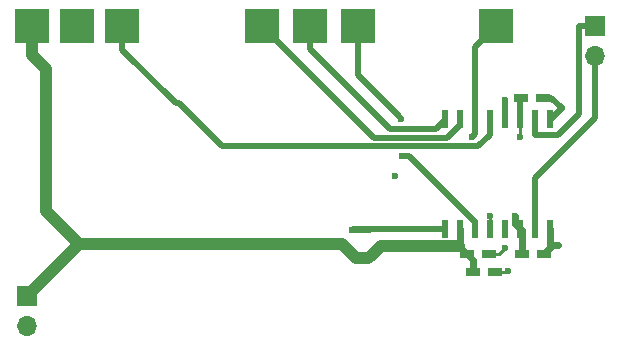
<source format=gbl>
G04 #@! TF.FileFunction,Copper,L2,Bot,Signal*
%FSLAX46Y46*%
G04 Gerber Fmt 4.6, Leading zero omitted, Abs format (unit mm)*
G04 Created by KiCad (PCBNEW 4.0.6) date 08/03/17 08:27:10*
%MOMM*%
%LPD*%
G01*
G04 APERTURE LIST*
%ADD10C,0.100000*%
%ADD11R,1.200000X0.750000*%
%ADD12R,0.600000X1.500000*%
%ADD13R,1.700000X1.700000*%
%ADD14O,1.700000X1.700000*%
%ADD15R,3.000000X3.000000*%
%ADD16C,0.600000*%
%ADD17C,0.500000*%
%ADD18C,0.250000*%
%ADD19C,0.600000*%
%ADD20C,0.508000*%
%ADD21C,1.000000*%
G04 APERTURE END LIST*
D10*
D11*
X67846000Y-39684000D03*
X69746000Y-39684000D03*
X63716000Y-41208000D03*
X65616000Y-41208000D03*
X67780000Y-26476000D03*
X69680000Y-26476000D03*
X63208000Y-39684000D03*
X65108000Y-39684000D03*
D12*
X61364000Y-28280000D03*
X62634000Y-28280000D03*
X63904000Y-28280000D03*
X65174000Y-28280000D03*
X66444000Y-28280000D03*
X67714000Y-28280000D03*
X68984000Y-28280000D03*
X70254000Y-28280000D03*
X70254000Y-37580000D03*
X68984000Y-37580000D03*
X67714000Y-37580000D03*
X66444000Y-37580000D03*
X65174000Y-37580000D03*
X63904000Y-37580000D03*
X62634000Y-37580000D03*
X61364000Y-37580000D03*
D13*
X25934000Y-43240000D03*
D14*
X25934000Y-45780000D03*
D13*
X74064000Y-20380000D03*
D14*
X74064000Y-22920000D03*
D15*
X65682000Y-20380000D03*
X53998000Y-20380000D03*
X49934000Y-20380000D03*
X45870000Y-20380000D03*
X34059000Y-20380000D03*
X26439000Y-20380000D03*
X30249000Y-20380000D03*
D16*
X63634000Y-29780000D03*
X66443988Y-39176000D03*
X57134000Y-33080000D03*
X66734000Y-41180000D03*
X70934000Y-38980000D03*
X30249000Y-20380000D03*
X66434000Y-26680000D03*
X71234000Y-27380000D03*
X65134000Y-36480000D03*
X53489994Y-37652000D03*
X53871000Y-40065004D03*
X54887000Y-40065000D03*
X67734000Y-29780000D03*
X67334000Y-36480000D03*
X57681000Y-28254022D03*
X57734000Y-31420833D03*
D17*
X63904000Y-28280000D02*
X63904000Y-22158000D01*
X63904000Y-22158000D02*
X65682000Y-20380000D01*
X63904000Y-29510000D02*
X63634000Y-29780000D01*
X63904000Y-28352000D02*
X63904000Y-29510000D01*
D18*
X66443988Y-39198012D02*
X66443988Y-39176000D01*
X65958000Y-39684000D02*
X66443988Y-39198012D01*
X65108000Y-39684000D02*
X65958000Y-39684000D01*
D19*
X70450000Y-38980000D02*
X70304000Y-38980000D01*
X70304000Y-38980000D02*
X70254000Y-38930000D01*
X70254000Y-38930000D02*
X70254000Y-37580000D01*
X70934000Y-38980000D02*
X70450000Y-38980000D01*
X70450000Y-38980000D02*
X69746000Y-39684000D01*
D18*
X65616000Y-41208000D02*
X66706000Y-41208000D01*
X66706000Y-41208000D02*
X66734000Y-41180000D01*
D20*
X66444000Y-28352000D02*
X66444000Y-26690000D01*
X66444000Y-26690000D02*
X66434000Y-26680000D01*
X69680000Y-26476000D02*
X70330000Y-26476000D01*
X70330000Y-26476000D02*
X71234000Y-27380000D01*
X70254000Y-28352000D02*
X70262000Y-28352000D01*
X70262000Y-28352000D02*
X71234000Y-27380000D01*
X68984000Y-28352000D02*
X68984001Y-29610001D01*
X68984001Y-29610001D02*
X70960401Y-29610001D01*
X70960401Y-29610001D02*
X72705999Y-27864403D01*
X72705999Y-27864403D02*
X72706000Y-20380000D01*
X72706000Y-20380000D02*
X74064000Y-20380000D01*
D18*
X65134000Y-36480000D02*
X65134000Y-37612000D01*
X65134000Y-37612000D02*
X65174000Y-37652000D01*
D17*
X53561994Y-37580000D02*
X53489994Y-37652000D01*
X61364000Y-37580000D02*
X53561994Y-37580000D01*
X53914258Y-37652000D02*
X53489994Y-37652000D01*
X55057264Y-37652000D02*
X53914258Y-37652000D01*
D18*
X61164000Y-37780000D02*
X61364000Y-37580000D01*
D20*
X68984000Y-37652000D02*
X68984000Y-33230000D01*
X74064000Y-24122081D02*
X74064000Y-22920000D01*
X68984000Y-33230000D02*
X74064000Y-28150000D01*
X74064000Y-28150000D02*
X74064000Y-24122081D01*
D21*
X52635996Y-38830000D02*
X53571001Y-39765005D01*
X32194000Y-38830000D02*
X52635996Y-38830000D01*
X53871004Y-40065000D02*
X53871000Y-40065004D01*
X54887000Y-40065000D02*
X53871004Y-40065000D01*
X53571001Y-39765005D02*
X53871000Y-40065004D01*
X55948991Y-39003009D02*
X55186999Y-39765001D01*
X60471247Y-39003009D02*
X55948991Y-39003009D01*
X60517238Y-39049000D02*
X60471247Y-39003009D01*
X62573000Y-39049000D02*
X60517238Y-39049000D01*
X55186999Y-39765001D02*
X54887000Y-40065000D01*
D19*
X67334000Y-36480000D02*
X67334000Y-37200000D01*
X67334000Y-37200000D02*
X67714000Y-37580000D01*
X67846000Y-39684000D02*
X67846000Y-37712000D01*
X67846000Y-37712000D02*
X67714000Y-37580000D01*
X63716000Y-41208000D02*
X63716000Y-40192000D01*
X63716000Y-40192000D02*
X63208000Y-39684000D01*
X63208000Y-39684000D02*
X62573000Y-39049000D01*
X62634000Y-37580000D02*
X62634000Y-38988000D01*
X62634000Y-38988000D02*
X62573000Y-39049000D01*
D21*
X32194000Y-38830000D02*
X30354000Y-38830000D01*
X30354000Y-38830000D02*
X27604000Y-36080000D01*
X27604000Y-36080000D02*
X27604000Y-24045000D01*
X27604000Y-24045000D02*
X26439000Y-22880000D01*
X26439000Y-22880000D02*
X26439000Y-20380000D01*
X25934000Y-43240000D02*
X30344000Y-38830000D01*
X30344000Y-38830000D02*
X32194000Y-38830000D01*
D18*
X67846000Y-37784000D02*
X67714000Y-37652000D01*
X67734000Y-29780000D02*
X67734000Y-28372000D01*
X67734000Y-28372000D02*
X67714000Y-28352000D01*
D20*
X67714000Y-28352000D02*
X67714000Y-26542000D01*
X67714000Y-26542000D02*
X67780000Y-26476000D01*
D17*
X53998000Y-24571022D02*
X57381001Y-27954023D01*
X57381001Y-27954023D02*
X57681000Y-28254022D01*
X53998000Y-20380000D02*
X53998000Y-24571022D01*
X58158264Y-31420833D02*
X57734000Y-31420833D01*
X63904000Y-36984238D02*
X58340595Y-31420833D01*
X58340595Y-31420833D02*
X58158264Y-31420833D01*
X63904000Y-37202000D02*
X63904000Y-36984238D01*
D18*
X63904000Y-37652000D02*
X63904000Y-37202000D01*
D17*
X49934000Y-22380000D02*
X49934000Y-20380000D01*
X61364000Y-28352000D02*
X60581799Y-29134201D01*
X60581799Y-29134201D02*
X56688201Y-29134201D01*
X56688201Y-29134201D02*
X49934000Y-22380000D01*
X62634000Y-28802000D02*
X62634000Y-28352000D01*
X61559211Y-29876789D02*
X62634000Y-28802000D01*
X45870000Y-20380000D02*
X55366789Y-29876789D01*
X55366789Y-29876789D02*
X61559211Y-29876789D01*
X65174000Y-28352000D02*
X65174000Y-29602000D01*
X38602079Y-26934001D02*
X34059000Y-22390922D01*
X42509000Y-30580000D02*
X38863001Y-26934001D01*
X34059000Y-22390922D02*
X34059000Y-22380000D01*
X38863001Y-26934001D02*
X38602079Y-26934001D01*
X34059000Y-22380000D02*
X34059000Y-20380000D01*
X65174000Y-29602000D02*
X64196000Y-30580000D01*
X64196000Y-30580000D02*
X42509000Y-30580000D01*
M02*

</source>
